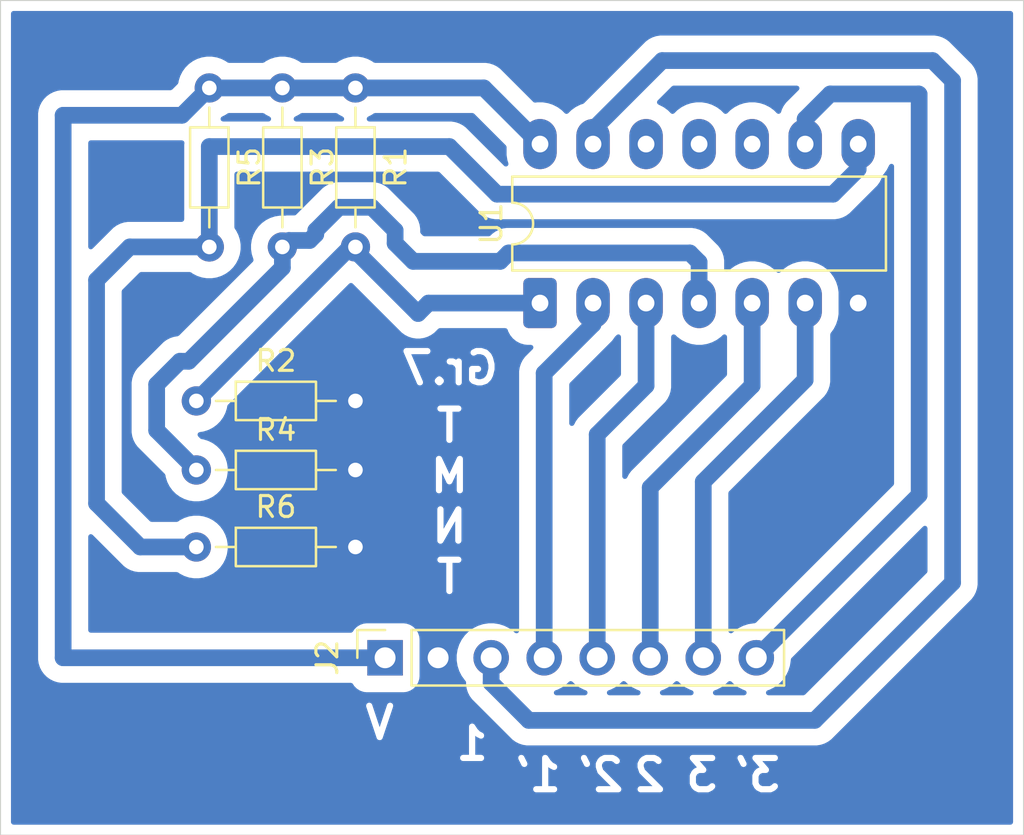
<source format=kicad_pcb>
(kicad_pcb (version 20241229) (generator "pcbnew") (generator_version "9.0")
  (layers (0 "F.Cu" signal) (2 "B.Cu" signal) (13 "F.Paste" user) (15 "B.Paste" user) (5 "F.SilkS" user "F.Silkscreen") (7 "B.SilkS" user "B.Silkscreen") (1 "F.Mask" user) (3 "B.Mask" user) (25 "Edge.Cuts" user))
  (net 0 "")
  (net 1 "/SpT2")
  (net 2 "/SpT3")
  (net 3 "/SpT1")
  (net 4 "GND")
  (net 5 "+5V")
  (net 6 "/T3")
  (net 7 "/T2")
  (net 8 "/T1")
  (net 9 "Net-(R1-Pad2)")
  (net 10 "Net-(R3-Pad2)")
  (net 11 "Net-(R5-Pad2)")
  (footprint "Package_DIP:DIP-14_W7.62mm_LongPads" (layer "F.Cu") (at 220.34 81 90)
    (property "Reference" "U1" (at 3.81 -2.33 90) (layer "F.SilkS"))
    (property "Value" "CD4066BE")
    (fp_line (start 6.06 -1.33) (end 4.81 -1.33) (stroke (width 0.12)) (layer "F.SilkS"))
    (fp_line (start 2.81 -1.33) (end 1.56 -1.33) (stroke (width 0.12)) (layer "F.SilkS"))
    (fp_line (start 1.56 -1.33) (end 1.56 16.57) (stroke (width 0.12)) (layer "F.SilkS"))
    (fp_line (start 6.06 16.57) (end 6.06 -1.33) (stroke (width 0.12)) (layer "F.SilkS"))
    (fp_line (start 1.56 16.57) (end 6.06 16.57) (stroke (width 0.12)) (layer "F.SilkS"))
    (fp_arc (start 4.81 -1.33) (mid 3.81 -0.33) (end 2.81 -1.33) (stroke (width 0.12)) (layer "F.SilkS"))
    (pad "1" thru_hole roundrect (at 0 0 90) (size 2.4 1.6) (drill 0.8) (layers "*.Cu" "*.Mask") (roundrect_rratio 0.15625) (net 9 "Net-(R1-Pad2)"))
    (pad "2" thru_hole oval (at 0 2.54 90) (size 2.4 1.6) (drill 0.8) (layers "*.Cu" "*.Mask") (net 3 "/SpT1"))
    (pad "3" thru_hole oval (at 0 5.08 90) (size 2.4 1.6) (drill 0.8) (layers "*.Cu" "*.Mask") (net 1 "/SpT2"))
    (pad "4" thru_hole oval (at 0 7.62 90) (size 2.4 1.6) (drill 0.8) (layers "*.Cu" "*.Mask") (net 10 "Net-(R3-Pad2)"))
    (pad "5" thru_hole oval (at 0 10.16 90) (size 2.4 1.6) (drill 0.8) (layers "*.Cu" "*.Mask") (net 7 "/T2"))
    (pad "6" thru_hole oval (at 0 12.7 90) (size 2.4 1.6) (drill 0.8) (layers "*.Cu" "*.Mask") (net 6 "/T3"))
    (pad "7" thru_hole oval (at 0 15.24 90) (size 2.4 1.6) (drill 0.8) (layers "*.Cu" "*.Mask") (net 4 "GND"))
    (pad "8" thru_hole oval (at 7.62 15.24 90) (size 2.4 1.6) (drill 0.8) (layers "*.Cu" "*.Mask") (net 11 "Net-(R5-Pad2)"))
    (pad "9" thru_hole oval (at 7.62 12.7 90) (size 2.4 1.6) (drill 0.8) (layers "*.Cu" "*.Mask") (net 2 "/SpT3"))
    (pad "10" thru_hole oval (at 7.62 10.16 90) (size 2.4 1.6) (drill 0.8) (layers "*.Cu" "*.Mask"))
    (pad "11" thru_hole oval (at 7.62 7.62 90) (size 2.4 1.6) (drill 0.8) (layers "*.Cu" "*.Mask"))
    (pad "12" thru_hole oval (at 7.62 5.08 90) (size 2.4 1.6) (drill 0.8) (layers "*.Cu" "*.Mask"))
    (pad "13" thru_hole oval (at 7.62 2.54 90) (size 2.4 1.6) (drill 0.8) (layers "*.Cu" "*.Mask") (net 8 "/T1"))
    (pad "14" thru_hole oval (at 7.62 0 90) (size 2.4 1.6) (drill 0.8) (layers "*.Cu" "*.Mask") (net 5 "+5V"))
  )
  (footprint "Resistor_THT:R_Axial_DIN0204_L3.6mm_D1.6mm_P7.62mm_Horizontal" (layer "F.Cu") (at 204.5 70.69 -90)
    (property "Reference" "R5" (at 3.81 -1.92 90) (layer "F.SilkS"))
    (property "Value" "45K3")
    (fp_line (start 0.94 0) (end 1.89 0) (stroke (width 0.12)) (layer "F.SilkS"))
    (fp_line (start 6.68 0) (end 5.73 0) (stroke (width 0.12)) (layer "F.SilkS"))
    (fp_rect (start 1.89 -0.92) (end 5.73 0.92) (stroke (width 0.12)) (fill no) (layer "F.SilkS"))
    (pad "1" thru_hole circle (at 0 0 270) (size 1.4 1.4) (drill 0.7) (layers "*.Cu" "*.Mask") (net 5 "+5V"))
    (pad "2" thru_hole circle (at 7.62 0 270) (size 1.4 1.4) (drill 0.7) (layers "*.Cu" "*.Mask") (net 11 "Net-(R5-Pad2)"))
  )
  (footprint "Resistor_THT:R_Axial_DIN0204_L3.6mm_D1.6mm_P7.62mm_Horizontal" (layer "F.Cu") (at 211.5 70.69 -90)
    (property "Reference" "R1" (at 3.81 -1.92 90) (layer "F.SilkS"))
    (property "Value" "90K9")
    (fp_line (start 0.94 0) (end 1.89 0) (stroke (width 0.12)) (layer "F.SilkS"))
    (fp_line (start 6.68 0) (end 5.73 0) (stroke (width 0.12)) (layer "F.SilkS"))
    (fp_rect (start 1.89 -0.92) (end 5.73 0.92) (stroke (width 0.12)) (fill no) (layer "F.SilkS"))
    (pad "1" thru_hole circle (at 0 0 270) (size 1.4 1.4) (drill 0.7) (layers "*.Cu" "*.Mask") (net 5 "+5V"))
    (pad "2" thru_hole circle (at 7.62 0 270) (size 1.4 1.4) (drill 0.7) (layers "*.Cu" "*.Mask") (net 9 "Net-(R1-Pad2)"))
  )
  (footprint "Resistor_THT:R_Axial_DIN0204_L3.6mm_D1.6mm_P7.62mm_Horizontal" (layer "F.Cu") (at 203.88 89)
    (property "Reference" "R4" (at 3.81 -1.92 0) (layer "F.SilkS"))
    (property "Value" "10K")
    (fp_line (start 0.94 0) (end 1.89 0) (stroke (width 0.12)) (layer "F.SilkS"))
    (fp_line (start 6.68 0) (end 5.73 0) (stroke (width 0.12)) (layer "F.SilkS"))
    (fp_rect (start 1.89 -0.92) (end 5.73 0.92) (stroke (width 0.12)) (fill no) (layer "F.SilkS"))
    (pad "1" thru_hole circle (at 0 0) (size 1.4 1.4) (drill 0.7) (layers "*.Cu" "*.Mask") (net 10 "Net-(R3-Pad2)"))
    (pad "2" thru_hole circle (at 7.62 0) (size 1.4 1.4) (drill 0.7) (layers "*.Cu" "*.Mask") (net 4 "GND"))
  )
  (footprint "Connector_PinSocket_2.54mm:PinSocket_1x08_P2.54mm_Vertical" (layer "F.Cu") (at 212.92 98 90)
    (property "Reference" "J2" (at 0 -2.77 90) (layer "F.SilkS"))
    (property "Value" "Conn_01x08_Pin")
    (fp_line (start 1.33 -1.33) (end 1.33 0) (stroke (width 0.12)) (layer "F.SilkS"))
    (fp_line (start 0 -1.33) (end 1.33 -1.33) (stroke (width 0.12)) (layer "F.SilkS"))
    (fp_line (start 1.33 1.27) (end 1.33 19.11) (stroke (width 0.12)) (layer "F.SilkS"))
    (fp_line (start -1.33 1.27) (end 1.33 1.27) (stroke (width 0.12)) (layer "F.SilkS"))
    (fp_line (start -1.33 1.27) (end -1.33 19.11) (stroke (width 0.12)) (layer "F.SilkS"))
    (fp_line (start -1.33 19.11) (end 1.33 19.11) (stroke (width 0.12)) (layer "F.SilkS"))
    (pad "1" thru_hole rect (at 0 0 90) (size 1.7 1.7) (drill 1) (layers "*.Cu" "*.Mask") (net 5 "+5V"))
    (pad "2" thru_hole circle (at 0 2.54 90) (size 1.7 1.7) (drill 1) (layers "*.Cu" "*.Mask") (net 4 "GND"))
    (pad "3" thru_hole circle (at 0 5.08 90) (size 1.7 1.7) (drill 1) (layers "*.Cu" "*.Mask") (net 8 "/T1"))
    (pad "4" thru_hole circle (at 0 7.62 90) (size 1.7 1.7) (drill 1) (layers "*.Cu" "*.Mask") (net 3 "/SpT1"))
    (pad "5" thru_hole circle (at 0 10.16 90) (size 1.7 1.7) (drill 1) (layers "*.Cu" "*.Mask") (net 1 "/SpT2"))
    (pad "6" thru_hole circle (at 0 12.7 90) (size 1.7 1.7) (drill 1) (layers "*.Cu" "*.Mask") (net 7 "/T2"))
    (pad "7" thru_hole circle (at 0 15.24 90) (size 1.7 1.7) (drill 1) (layers "*.Cu" "*.Mask") (net 6 "/T3"))
    (pad "8" thru_hole circle (at 0 17.78 90) (size 1.7 1.7) (drill 1) (layers "*.Cu" "*.Mask") (net 2 "/SpT3"))
  )
  (footprint "Resistor_THT:R_Axial_DIN0204_L3.6mm_D1.6mm_P7.62mm_Horizontal" (layer "F.Cu") (at 203.88 92.69)
    (property "Reference" "R6" (at 3.81 -1.92 0) (layer "F.SilkS"))
    (property "Value" "10K")
    (fp_line (start 0.94 0) (end 1.89 0) (stroke (width 0.12)) (layer "F.SilkS"))
    (fp_line (start 6.68 0) (end 5.73 0) (stroke (width 0.12)) (layer "F.SilkS"))
    (fp_rect (start 1.89 -0.92) (end 5.73 0.92) (stroke (width 0.12)) (fill no) (layer "F.SilkS"))
    (pad "1" thru_hole circle (at 0 0) (size 1.4 1.4) (drill 0.7) (layers "*.Cu" "*.Mask") (net 11 "Net-(R5-Pad2)"))
    (pad "2" thru_hole circle (at 7.62 0) (size 1.4 1.4) (drill 0.7) (layers "*.Cu" "*.Mask") (net 4 "GND"))
  )
  (footprint "Resistor_THT:R_Axial_DIN0204_L3.6mm_D1.6mm_P7.62mm_Horizontal" (layer "F.Cu") (at 208 70.69 -90)
    (property "Reference" "R3" (at 3.81 -1.92 90) (layer "F.SilkS"))
    (property "Value" "61K9")
    (fp_line (start 0.94 0) (end 1.89 0) (stroke (width 0.12)) (layer "F.SilkS"))
    (fp_line (start 6.68 0) (end 5.73 0) (stroke (width 0.12)) (layer "F.SilkS"))
    (fp_rect (start 1.89 -0.92) (end 5.73 0.92) (stroke (width 0.12)) (fill no) (layer "F.SilkS"))
    (pad "1" thru_hole circle (at 0 0 270) (size 1.4 1.4) (drill 0.7) (layers "*.Cu" "*.Mask") (net 5 "+5V"))
    (pad "2" thru_hole circle (at 7.62 0 270) (size 1.4 1.4) (drill 0.7) (layers "*.Cu" "*.Mask") (net 10 "Net-(R3-Pad2)"))
  )
  (footprint "Resistor_THT:R_Axial_DIN0204_L3.6mm_D1.6mm_P7.62mm_Horizontal" (layer "F.Cu") (at 203.88 85.69)
    (property "Reference" "R2" (at 3.81 -1.92 0) (layer "F.SilkS"))
    (property "Value" "10K")
    (fp_line (start 0.94 0) (end 1.89 0) (stroke (width 0.12)) (layer "F.SilkS"))
    (fp_line (start 6.68 0) (end 5.73 0) (stroke (width 0.12)) (layer "F.SilkS"))
    (fp_rect (start 1.89 -0.92) (end 5.73 0.92) (stroke (width 0.12)) (fill no) (layer "F.SilkS"))
    (pad "1" thru_hole circle (at 0 0) (size 1.4 1.4) (drill 0.7) (layers "*.Cu" "*.Mask") (net 9 "Net-(R1-Pad2)"))
    (pad "2" thru_hole circle (at 7.62 0) (size 1.4 1.4) (drill 0.7) (layers "*.Cu" "*.Mask") (net 4 "GND"))
  )
  (gr_rect (start 194.5 66.5) (end 243.5 106.5) (stroke (width 0.05)) (fill no) (layer "Edge.Cuts"))
  (gr_text "3'" (at 232 104.5 0) (layer "B.Cu" knockout) (effects (font (size 1.5 1.5) (thickness 0.3) (bold yes)) (justify left bottom mirror)))
  (gr_text "2" (at 226.5 104.5 0) (layer "B.Cu" knockout) (effects (font (size 1.5 1.5) (thickness 0.3) (bold yes)) (justify left bottom mirror)))
  (gr_text "T\nM\nN\nT" (at 216 95 0) (layer "B.Cu" knockout) (effects (font (size 1.5 1.5) (thickness 0.3) (bold yes)) (justify bottom mirror)))
  (gr_text "Gr.7" (at 218.5 85 0) (layer "B.Cu" knockout) (effects (font (size 1.5 1.5) (thickness 0.3) (bold yes)) (justify left bottom mirror)))
  (gr_text "1'" (at 221.5 104.5 0) (layer "B.Cu" knockout) (effects (font (size 1.5 1.5) (thickness 0.3) (bold yes)) (justify left bottom mirror)))
  (gr_text "V" (at 213.5 102 0) (layer "B.Cu" knockout) (effects (font (size 1.5 1.5) (thickness 0.3) (bold yes)) (justify left bottom mirror)))
  (gr_text "2'" (at 224.5 104.5 0) (layer "B.Cu" knockout) (effects (font (size 1.5 1.5) (thickness 0.3) (bold yes)) (justify left bottom mirror)))
  (gr_text "3" (at 229 104.5 0) (layer "B.Cu" knockout) (effects (font (size 1.5 1.5) (thickness 0.3) (bold yes)) (justify left bottom mirror)))
  (gr_text "1" (at 218 103 0) (layer "B.Cu" knockout) (effects (font (size 1.5 1.5) (thickness 0.3) (bold yes)) (justify left bottom mirror)))
  (segment (start 225.42 84.95895) (end 225.42 81) (width 0.8) (layer "B.Cu") (net 1))
  (segment (start 223.08 87.29895) (end 225.42 84.95895) (width 0.8) (layer "B.Cu") (net 1))
  (segment (start 223.08 98) (end 223.08 87.29895) (width 0.8) (layer "B.Cu") (net 1))
  (segment (start 233.04 72.18) (end 233.04 73.38) (width 0.8) (layer "B.Cu") (net 2))
  (segment (start 238.5 90.2) (end 238.5 71) (width 0.8) (layer "B.Cu") (net 2))
  (segment (start 234.241 70.979) (end 233.04 72.18) (width 0.8) (layer "B.Cu") (net 2))
  (segment (start 238.479 70.979) (end 234.241 70.979) (width 0.8) (layer "B.Cu") (net 2))
  (segment (start 238.5 71) (end 238.479 70.979) (width 0.8) (layer "B.Cu") (net 2))
  (segment (start 230.7 98) (end 238.5 90.2) (width 0.8) (layer "B.Cu") (net 2))
  (segment (start 220.54 84.35895) (end 222.88 82.01895) (width 0.8) (layer "B.Cu") (net 3))
  (segment (start 220.54 98) (end 220.54 84.35895) (width 0.8) (layer "B.Cu") (net 3))
  (segment (start 222.88 82.01895) (end 222.88 81) (width 0.8) (layer "B.Cu") (net 3))
  (segment (start 212.92 98) (end 197.5 98) (width 0.8) (layer "B.Cu") (net 5))
  (segment (start 197.5 72) (end 203.19 72) (width 0.8) (layer "B.Cu") (net 5))
  (segment (start 217.65 70.69) (end 220.34 73.38) (width 0.8) (layer "B.Cu") (net 5))
  (segment (start 203.19 72) (end 204.5 70.69) (width 0.8) (layer "B.Cu") (net 5))
  (segment (start 220.34 73.34) (end 220.34 73.38) (width 0.8) (layer "B.Cu") (net 5))
  (segment (start 211.5 70.69) (end 217.65 70.69) (width 0.8) (layer "B.Cu") (net 5))
  (segment (start 204.5 70.69) (end 211.5 70.69) (width 0.8) (layer "B.Cu") (net 5))
  (segment (start 197.5 98) (end 197.5 72) (width 0.8) (layer "B.Cu") (net 5))
  (segment (start 228.16 98) (end 228.16 89.563106) (width 0.8) (layer "B.Cu") (net 6))
  (segment (start 228.16 89.563106) (end 233.04 84.683106) (width 0.8) (layer "B.Cu") (net 6))
  (segment (start 233.04 84.683106) (end 233.04 81) (width 0.8) (layer "B.Cu") (net 6))
  (segment (start 230.5 84.95895) (end 230.5 81) (width 0.8) (layer "B.Cu") (net 7))
  (segment (start 225.62 98) (end 225.62 89.83895) (width 0.8) (layer "B.Cu") (net 7))
  (segment (start 225.62 89.83895) (end 230.5 84.95895) (width 0.8) (layer "B.Cu") (net 7))
  (segment (start 240.101 70.336844) (end 240.101 94.399) (width 0.8) (layer "B.Cu") (net 8))
  (segment (start 219.797919 101) (end 218 99.202081) (width 0.8) (layer "B.Cu") (net 8))
  (segment (start 240.101 94.399) (end 233.5 101) (width 0.8) (layer "B.Cu") (net 8))
  (segment (start 222.88 72.690159) (end 226.192159 69.378) (width 0.8) (layer "B.Cu") (net 8))
  (segment (start 226.192159 69.378) (end 239.142156 69.378) (width 0.8) (layer "B.Cu") (net 8))
  (segment (start 233.5 101) (end 219.797919 101) (width 0.8) (layer "B.Cu") (net 8))
  (segment (start 218 99.202081) (end 218 98) (width 0.8) (layer "B.Cu") (net 8))
  (segment (start 239.142156 69.378) (end 240.101 70.336844) (width 0.8) (layer "B.Cu") (net 8))
  (segment (start 222.88 73.38) (end 222.88 72.690159) (width 0.8) (layer "B.Cu") (net 8))
  (segment (start 203.88 85.69) (end 211.26 78.31) (width 0.8) (layer "B.Cu") (net 9))
  (segment (start 211.5 78.31) (end 211.5 78.5) (width 0.8) (layer "B.Cu") (net 9))
  (segment (start 211.26 78.31) (end 211.5 78.31) (width 0.8) (layer "B.Cu") (net 9))
  (segment (start 214.5 81.5) (end 215 81) (width 0.8) (layer "B.Cu") (net 9))
  (segment (start 211.5 78.5) (end 214.5 81.5) (width 0.8) (layer "B.Cu") (net 9))
  (segment (start 215 81) (end 220.34 81) (width 0.8) (layer "B.Cu") (net 9))
  (segment (start 227.96 79.04) (end 227.96 81) (width 0.8) (layer "B.Cu") (net 10))
  (segment (start 203.88 89) (end 201.979 87.099) (width 0.8) (layer "B.Cu") (net 10))
  (segment (start 203.516844 83.789) (end 208 79.305844) (width 0.8) (layer "B.Cu") (net 10))
  (segment (start 209.599 77.52258) (end 210.71258 76.409) (width 0.8) (layer "B.Cu") (net 10))
  (segment (start 213.401 77.52258) (end 213.401 78.136844) (width 0.8) (layer "B.Cu") (net 10))
  (segment (start 218.433844 79) (end 218.834844 78.599) (width 0.8) (layer "B.Cu") (net 10))
  (segment (start 210.71258 76.409) (end 212.28742 76.409) (width 0.8) (layer "B.Cu") (net 10))
  (segment (start 203.09258 83.789) (end 203.516844 83.789) (width 0.8) (layer "B.Cu") (net 10))
  (segment (start 209.599 77.706844) (end 209.599 77.52258) (width 0.8) (layer "B.Cu") (net 10))
  (segment (start 208.31 78) (end 209.305844 78) (width 0.8) (layer "B.Cu") (net 10))
  (segment (start 201.979 87.099) (end 201.979 84.90258) (width 0.8) (layer "B.Cu") (net 10))
  (segment (start 209.305844 78) (end 209.599 77.706844) (width 0.8) (layer "B.Cu") (net 10))
  (segment (start 208 78.31) (end 208.31 78) (width 0.8) (layer "B.Cu") (net 10))
  (segment (start 208 79.305844) (end 208 78.31) (width 0.8) (layer "B.Cu") (net 10))
  (segment (start 214.264156 79) (end 218.433844 79) (width 0.8) (layer "B.Cu") (net 10))
  (segment (start 218.834844 78.599) (end 227.519 78.599) (width 0.8) (layer "B.Cu") (net 10))
  (segment (start 201.979 84.90258) (end 203.09258 83.789) (width 0.8) (layer "B.Cu") (net 10))
  (segment (start 212.28742 76.409) (end 213.401 77.52258) (width 0.8) (layer "B.Cu") (net 10))
  (segment (start 213.401 78.136844) (end 214.264156 79) (width 0.8) (layer "B.Cu") (net 10))
  (segment (start 227.519 78.599) (end 227.96 79.04) (width 0.8) (layer "B.Cu") (net 10))
  (segment (start 204.5 73.5) (end 216 73.5) (width 0.8) (layer "B.Cu") (net 11))
  (segment (start 199.101 79.899) (end 200.69 78.31) (width 0.8) (layer "B.Cu") (net 11))
  (segment (start 204.5 78.31) (end 204.5 73.5) (width 0.8) (layer "B.Cu") (net 11))
  (segment (start 216 73.5) (end 218.281 75.781) (width 0.8) (layer "B.Cu") (net 11))
  (segment (start 235.58 74.58) (end 235.58 73.38) (width 0.8) (layer "B.Cu") (net 11))
  (segment (start 200.69 78.31) (end 204.5 78.31) (width 0.8) (layer "B.Cu") (net 11))
  (segment (start 234.379 75.781) (end 235.58 74.58) (width 0.8) (layer "B.Cu") (net 11))
  (segment (start 203.88 92.69) (end 201.19 92.69) (width 0.8) (layer "B.Cu") (net 11))
  (segment (start 201.19 92.69) (end 199.101 90.601) (width 0.8) (layer "B.Cu") (net 11))
  (segment (start 199.101 90.601) (end 199.101 79.899) (width 0.8) (layer "B.Cu") (net 11))
  (segment (start 218.281 75.781) (end 234.379 75.781) (width 0.8) (layer "B.Cu") (net 11))
  (zone (net 4) (net_name "GND") (layer "B.Cu") (connect_pads yes (clearance 0.5)) (min_thickness 0.25) (fill yes (thermal_gap 0.5) (thermal_bridge_width 0.5) (island_removal_mode 1) (island_area_min 9.999999))
    (polygon (pts (xy 243.5 106.5) (xy 243.5 66.5) (xy 194.5 66.5) (xy 194.5 106.5)))
  )
)
</source>
